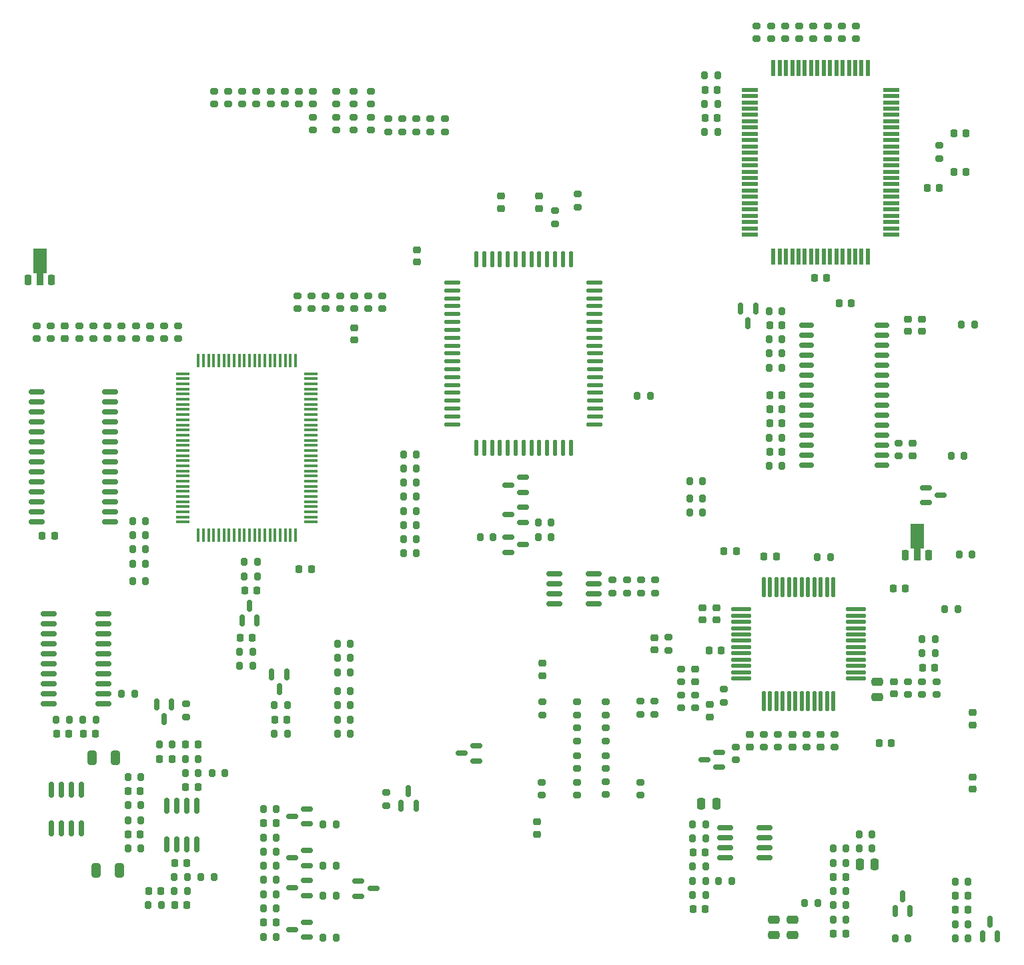
<source format=gbr>
%TF.GenerationSoftware,KiCad,Pcbnew,8.0.9-8.0.9-0~ubuntu24.04.1*%
%TF.CreationDate,2025-02-24T19:11:30+01:00*%
%TF.ProjectId,Main_PCB,4d61696e-5f50-4434-922e-6b696361645f,0.1*%
%TF.SameCoordinates,Original*%
%TF.FileFunction,Paste,Top*%
%TF.FilePolarity,Positive*%
%FSLAX46Y46*%
G04 Gerber Fmt 4.6, Leading zero omitted, Abs format (unit mm)*
G04 Created by KiCad (PCBNEW 8.0.9-8.0.9-0~ubuntu24.04.1) date 2025-02-24 19:11:30*
%MOMM*%
%LPD*%
G01*
G04 APERTURE LIST*
G04 Aperture macros list*
%AMRoundRect*
0 Rectangle with rounded corners*
0 $1 Rounding radius*
0 $2 $3 $4 $5 $6 $7 $8 $9 X,Y pos of 4 corners*
0 Add a 4 corners polygon primitive as box body*
4,1,4,$2,$3,$4,$5,$6,$7,$8,$9,$2,$3,0*
0 Add four circle primitives for the rounded corners*
1,1,$1+$1,$2,$3*
1,1,$1+$1,$4,$5*
1,1,$1+$1,$6,$7*
1,1,$1+$1,$8,$9*
0 Add four rect primitives between the rounded corners*
20,1,$1+$1,$2,$3,$4,$5,0*
20,1,$1+$1,$4,$5,$6,$7,0*
20,1,$1+$1,$6,$7,$8,$9,0*
20,1,$1+$1,$8,$9,$2,$3,0*%
%AMFreePoly0*
4,1,9,3.862500,-0.866500,0.737500,-0.866500,0.737500,-0.450000,-0.737500,-0.450000,-0.737500,0.450000,0.737500,0.450000,0.737500,0.866500,3.862500,0.866500,3.862500,-0.866500,3.862500,-0.866500,$1*%
G04 Aperture macros list end*
%ADD10RoundRect,0.225000X-0.250000X0.225000X-0.250000X-0.225000X0.250000X-0.225000X0.250000X0.225000X0*%
%ADD11RoundRect,0.200000X0.275000X-0.200000X0.275000X0.200000X-0.275000X0.200000X-0.275000X-0.200000X0*%
%ADD12RoundRect,0.225000X0.250000X-0.225000X0.250000X0.225000X-0.250000X0.225000X-0.250000X-0.225000X0*%
%ADD13RoundRect,0.200000X-0.200000X-0.275000X0.200000X-0.275000X0.200000X0.275000X-0.200000X0.275000X0*%
%ADD14RoundRect,0.200000X0.200000X0.275000X-0.200000X0.275000X-0.200000X-0.275000X0.200000X-0.275000X0*%
%ADD15RoundRect,0.225000X0.225000X0.250000X-0.225000X0.250000X-0.225000X-0.250000X0.225000X-0.250000X0*%
%ADD16RoundRect,0.150000X0.587500X0.150000X-0.587500X0.150000X-0.587500X-0.150000X0.587500X-0.150000X0*%
%ADD17RoundRect,0.200000X-0.275000X0.200000X-0.275000X-0.200000X0.275000X-0.200000X0.275000X0.200000X0*%
%ADD18RoundRect,0.150000X-0.825000X-0.150000X0.825000X-0.150000X0.825000X0.150000X-0.825000X0.150000X0*%
%ADD19RoundRect,0.250000X-0.250000X-0.475000X0.250000X-0.475000X0.250000X0.475000X-0.250000X0.475000X0*%
%ADD20RoundRect,0.225000X-0.225000X-0.250000X0.225000X-0.250000X0.225000X0.250000X-0.225000X0.250000X0*%
%ADD21RoundRect,0.137500X0.862500X0.137500X-0.862500X0.137500X-0.862500X-0.137500X0.862500X-0.137500X0*%
%ADD22RoundRect,0.137500X0.137500X0.862500X-0.137500X0.862500X-0.137500X-0.862500X0.137500X-0.862500X0*%
%ADD23RoundRect,0.137500X0.862500X-0.137500X0.862500X0.137500X-0.862500X0.137500X-0.862500X-0.137500X0*%
%ADD24RoundRect,0.250000X0.475000X-0.250000X0.475000X0.250000X-0.475000X0.250000X-0.475000X-0.250000X0*%
%ADD25RoundRect,0.100000X0.775000X0.100000X-0.775000X0.100000X-0.775000X-0.100000X0.775000X-0.100000X0*%
%ADD26RoundRect,0.100000X0.100000X0.775000X-0.100000X0.775000X-0.100000X-0.775000X0.100000X-0.775000X0*%
%ADD27RoundRect,0.150000X-0.150000X0.825000X-0.150000X-0.825000X0.150000X-0.825000X0.150000X0.825000X0*%
%ADD28RoundRect,0.250000X0.325000X0.650000X-0.325000X0.650000X-0.325000X-0.650000X0.325000X-0.650000X0*%
%ADD29RoundRect,0.150000X-0.150000X0.587500X-0.150000X-0.587500X0.150000X-0.587500X0.150000X0.587500X0*%
%ADD30RoundRect,0.150000X0.837500X0.150000X-0.837500X0.150000X-0.837500X-0.150000X0.837500X-0.150000X0*%
%ADD31RoundRect,0.150000X0.875000X0.150000X-0.875000X0.150000X-0.875000X-0.150000X0.875000X-0.150000X0*%
%ADD32RoundRect,0.150000X0.150000X-0.587500X0.150000X0.587500X-0.150000X0.587500X-0.150000X-0.587500X0*%
%ADD33RoundRect,0.150000X0.750000X0.150000X-0.750000X0.150000X-0.750000X-0.150000X0.750000X-0.150000X0*%
%ADD34RoundRect,0.225000X0.225000X-0.425000X0.225000X0.425000X-0.225000X0.425000X-0.225000X-0.425000X0*%
%ADD35FreePoly0,90.000000*%
%ADD36RoundRect,0.150000X-0.587500X-0.150000X0.587500X-0.150000X0.587500X0.150000X-0.587500X0.150000X0*%
%ADD37RoundRect,0.137500X-1.112500X-0.137500X1.112500X-0.137500X1.112500X0.137500X-1.112500X0.137500X0*%
%ADD38RoundRect,0.137500X0.137500X-1.112500X0.137500X1.112500X-0.137500X1.112500X-0.137500X-1.112500X0*%
%ADD39R,2.000000X0.500000*%
%ADD40R,0.500000X2.000000*%
%ADD41RoundRect,0.250000X-0.475000X0.250000X-0.475000X-0.250000X0.475000X-0.250000X0.475000X0.250000X0*%
G04 APERTURE END LIST*
D10*
%TO.C,C146*%
X116000000Y-110525000D03*
X116000000Y-112075000D03*
%TD*%
D11*
%TO.C,R146*%
X128900000Y-160925000D03*
X128900000Y-159275000D03*
%TD*%
D12*
%TO.C,C120*%
X135800000Y-172175000D03*
X135800000Y-170625000D03*
%TD*%
D13*
%TO.C,R222*%
X88575000Y-199400000D03*
X90225000Y-199400000D03*
%TD*%
D14*
%TO.C,R236*%
X158225000Y-193400000D03*
X156575000Y-193400000D03*
%TD*%
D15*
%TO.C,C204*%
X59675000Y-178800000D03*
X58125000Y-178800000D03*
%TD*%
D16*
%TO.C,Q206*%
X86537500Y-195550000D03*
X86537500Y-193650000D03*
X84662500Y-194600000D03*
%TD*%
D17*
%TO.C,R151*%
X124400000Y-184875000D03*
X124400000Y-186525000D03*
%TD*%
D12*
%TO.C,C145*%
X111100000Y-112075000D03*
X111100000Y-110525000D03*
%TD*%
D17*
%TO.C,R308*%
X52200000Y-126975000D03*
X52200000Y-128625000D03*
%TD*%
D14*
%TO.C,R127*%
X166225000Y-166800000D03*
X164575000Y-166800000D03*
%TD*%
D13*
%TO.C,R501*%
X90375000Y-177000000D03*
X92025000Y-177000000D03*
%TD*%
D14*
%TO.C,R220*%
X90225000Y-204700000D03*
X88575000Y-204700000D03*
%TD*%
D18*
%TO.C,IC103*%
X117925000Y-158495000D03*
X117925000Y-159765000D03*
X117925000Y-161035000D03*
X117925000Y-162305000D03*
X122875000Y-162305000D03*
X122875000Y-161035000D03*
X122875000Y-159765000D03*
X122875000Y-158495000D03*
%TD*%
D12*
%TO.C,C103*%
X163400000Y-143475000D03*
X163400000Y-141925000D03*
%TD*%
D15*
%TO.C,C108*%
X146775000Y-139400000D03*
X145225000Y-139400000D03*
%TD*%
D13*
%TO.C,R164*%
X115875000Y-153800000D03*
X117525000Y-153800000D03*
%TD*%
D19*
%TO.C,C223*%
X156650000Y-195400000D03*
X158550000Y-195400000D03*
%TD*%
D13*
%TO.C,R130*%
X136975000Y-95200000D03*
X138625000Y-95200000D03*
%TD*%
D11*
%TO.C,R176*%
X92400000Y-102125000D03*
X92400000Y-100475000D03*
%TD*%
D13*
%TO.C,R508*%
X98775000Y-148700000D03*
X100425000Y-148700000D03*
%TD*%
D20*
%TO.C,C139*%
X145225000Y-126900000D03*
X146775000Y-126900000D03*
%TD*%
D11*
%TO.C,R134*%
X128800000Y-186625000D03*
X128800000Y-184975000D03*
%TD*%
D16*
%TO.C,D104*%
X108037500Y-182250000D03*
X108037500Y-180350000D03*
X106162500Y-181300000D03*
%TD*%
D15*
%TO.C,C130*%
X162475000Y-160400000D03*
X160925000Y-160400000D03*
%TD*%
D21*
%TO.C,IC108*%
X123000000Y-139500000D03*
X123037500Y-138500000D03*
X123037500Y-137500000D03*
X123037500Y-136500000D03*
X123037500Y-135500000D03*
X123037500Y-134500000D03*
X123037500Y-133500000D03*
X123037500Y-132500000D03*
X123037500Y-131500000D03*
X123037500Y-130500000D03*
X123000000Y-129500000D03*
X123000000Y-128500000D03*
X123000000Y-127500000D03*
X123000000Y-126500000D03*
X123000000Y-125500000D03*
X123000000Y-124500000D03*
X123000000Y-123500000D03*
X123000000Y-122500000D03*
X123000000Y-121500000D03*
D22*
X120000000Y-118500000D03*
X119000000Y-118500000D03*
X118000000Y-118500000D03*
X117000000Y-118500000D03*
X116000000Y-118500000D03*
X115000000Y-118500000D03*
X114000000Y-118500000D03*
X113000000Y-118500000D03*
X112000000Y-118500000D03*
X111000000Y-118500000D03*
X110000000Y-118500000D03*
X109000000Y-118500000D03*
X108000000Y-118500000D03*
D21*
X105000000Y-121500000D03*
X105000000Y-122500000D03*
X105000000Y-123500000D03*
X105000000Y-124500000D03*
X105000000Y-125500000D03*
X105000000Y-126500000D03*
X105000000Y-127500000D03*
X105000000Y-128500000D03*
X105000000Y-129500000D03*
X105000000Y-130500000D03*
X105000000Y-131500000D03*
X105000000Y-132500000D03*
X105000000Y-133500000D03*
X105000000Y-134500000D03*
X105000000Y-135500000D03*
X105000000Y-136500000D03*
D23*
X105000000Y-137500000D03*
X105000000Y-138500000D03*
X105000000Y-139500000D03*
D22*
X108000000Y-142500000D03*
X109000000Y-142500000D03*
X110000000Y-142500000D03*
X111000000Y-142500000D03*
X112000000Y-142500000D03*
X113000000Y-142500000D03*
X114000000Y-142500000D03*
X115000000Y-142500000D03*
X116000000Y-142500000D03*
X117000000Y-142500000D03*
X118000000Y-142500000D03*
X119000000Y-142500000D03*
X120000000Y-142500000D03*
%TD*%
D17*
%TO.C,R175*%
X120900000Y-110275000D03*
X120900000Y-111925000D03*
%TD*%
D10*
%TO.C,C138*%
X116400000Y-169875000D03*
X116400000Y-171425000D03*
%TD*%
D17*
%TO.C,R519*%
X96800000Y-100675000D03*
X96800000Y-102325000D03*
%TD*%
%TO.C,R521*%
X83700000Y-97175000D03*
X83700000Y-98825000D03*
%TD*%
%TO.C,R140*%
X125300000Y-159275000D03*
X125300000Y-160925000D03*
%TD*%
D13*
%TO.C,R157*%
X90375000Y-167400000D03*
X92025000Y-167400000D03*
%TD*%
D15*
%TO.C,C214*%
X71275000Y-195200000D03*
X69725000Y-195200000D03*
%TD*%
D24*
%TO.C,C219*%
X148100000Y-204350000D03*
X148100000Y-202450000D03*
%TD*%
D13*
%TO.C,R126*%
X164575000Y-168600000D03*
X166225000Y-168600000D03*
%TD*%
D14*
%TO.C,R169*%
X84025000Y-175200000D03*
X82375000Y-175200000D03*
%TD*%
D10*
%TO.C,C124*%
X148100000Y-178925000D03*
X148100000Y-180475000D03*
%TD*%
D11*
%TO.C,R181*%
X90700000Y-124825000D03*
X90700000Y-123175000D03*
%TD*%
D17*
%TO.C,R194*%
X96100000Y-123175000D03*
X96100000Y-124825000D03*
%TD*%
D15*
%TO.C,C217*%
X82575000Y-202800000D03*
X81025000Y-202800000D03*
%TD*%
D10*
%TO.C,C111*%
X171000000Y-184325000D03*
X171000000Y-185875000D03*
%TD*%
D15*
%TO.C,C132*%
X138575000Y-100600000D03*
X137025000Y-100600000D03*
%TD*%
D25*
%TO.C,IC109*%
X87025000Y-151925000D03*
X87025000Y-151275000D03*
X87025000Y-150625000D03*
X87025000Y-149975000D03*
X87025000Y-149325000D03*
X87025000Y-148675000D03*
X87025000Y-148025000D03*
X87025000Y-147375000D03*
X87025000Y-146725000D03*
X87025000Y-146075000D03*
X87025000Y-145425000D03*
X87025000Y-144775000D03*
X87025000Y-144125000D03*
X87025000Y-143475000D03*
X87025000Y-142825000D03*
X87025000Y-142175000D03*
X87025000Y-141525000D03*
X87025000Y-140875000D03*
X87025000Y-140225000D03*
X87025000Y-139575000D03*
X87025000Y-138925000D03*
X87025000Y-138275000D03*
X87025000Y-137625000D03*
X87025000Y-136975000D03*
X87025000Y-136325000D03*
X87025000Y-135675000D03*
X87025000Y-135025000D03*
X87025000Y-134375000D03*
X87025000Y-133725000D03*
X87025000Y-133075000D03*
D26*
X85075000Y-131375000D03*
X84425000Y-131375000D03*
X83775000Y-131375000D03*
X83125000Y-131375000D03*
X82475000Y-131375000D03*
X81825000Y-131375000D03*
X81175000Y-131375000D03*
X80525000Y-131375000D03*
X79875000Y-131375000D03*
X79225000Y-131375000D03*
X78575000Y-131375000D03*
X77925000Y-131375000D03*
X77275000Y-131375000D03*
X76625000Y-131375000D03*
X75975000Y-131375000D03*
X75325000Y-131375000D03*
X74675000Y-131375000D03*
X74025000Y-131375000D03*
X73375000Y-131375000D03*
X72725000Y-131375000D03*
D25*
X70775000Y-133075000D03*
X70775000Y-133725000D03*
X70775000Y-134375000D03*
X70775000Y-135025000D03*
X70775000Y-135675000D03*
X70775000Y-136325000D03*
X70775000Y-136975000D03*
X70775000Y-137625000D03*
X70775000Y-138275000D03*
X70775000Y-138925000D03*
X70775000Y-139575000D03*
X70775000Y-140225000D03*
X70775000Y-140875000D03*
X70775000Y-141525000D03*
X70775000Y-142175000D03*
X70775000Y-142825000D03*
X70775000Y-143475000D03*
X70775000Y-144125000D03*
X70775000Y-144775000D03*
X70775000Y-145425000D03*
X70775000Y-146075000D03*
X70775000Y-146725000D03*
X70775000Y-147375000D03*
X70775000Y-148025000D03*
X70775000Y-148675000D03*
X70775000Y-149325000D03*
X70775000Y-149975000D03*
X70775000Y-150625000D03*
X70775000Y-151275000D03*
X70775000Y-151925000D03*
D26*
X72725000Y-153625000D03*
X73375000Y-153625000D03*
X74025000Y-153625000D03*
X74675000Y-153625000D03*
X75325000Y-153625000D03*
X75975000Y-153625000D03*
X76625000Y-153625000D03*
X77275000Y-153625000D03*
X77925000Y-153625000D03*
X78575000Y-153625000D03*
X79225000Y-153625000D03*
X79875000Y-153625000D03*
X80525000Y-153625000D03*
X81175000Y-153625000D03*
X81825000Y-153625000D03*
X82475000Y-153625000D03*
X83125000Y-153625000D03*
X83775000Y-153625000D03*
X84425000Y-153625000D03*
X85075000Y-153625000D03*
%TD*%
D12*
%TO.C,C115*%
X138500000Y-164375000D03*
X138500000Y-162825000D03*
%TD*%
D11*
%TO.C,R111*%
X130600000Y-176325000D03*
X130600000Y-174675000D03*
%TD*%
D15*
%TO.C,C228*%
X137075000Y-193900000D03*
X135525000Y-193900000D03*
%TD*%
D27*
%TO.C,IC202*%
X57905000Y-185925000D03*
X56635000Y-185925000D03*
X55365000Y-185925000D03*
X54095000Y-185925000D03*
X54095000Y-190875000D03*
X55365000Y-190875000D03*
X56635000Y-190875000D03*
X57905000Y-190875000D03*
%TD*%
D11*
%TO.C,R123*%
X164600000Y-173825000D03*
X164600000Y-172175000D03*
%TD*%
D10*
%TO.C,C121*%
X137600000Y-175125000D03*
X137600000Y-176675000D03*
%TD*%
D20*
%TO.C,C212*%
X63825000Y-186110000D03*
X65375000Y-186110000D03*
%TD*%
D17*
%TO.C,R522*%
X78300000Y-97175000D03*
X78300000Y-98825000D03*
%TD*%
D14*
%TO.C,R219*%
X82625000Y-195600000D03*
X80975000Y-195600000D03*
%TD*%
D16*
%TO.C,Q103*%
X138837500Y-183050000D03*
X138837500Y-181150000D03*
X136962500Y-182100000D03*
%TD*%
D15*
%TO.C,C218*%
X82575000Y-190200000D03*
X81025000Y-190200000D03*
%TD*%
D17*
%TO.C,R115*%
X135800000Y-173875000D03*
X135800000Y-175525000D03*
%TD*%
D28*
%TO.C,C206*%
X62675000Y-196200000D03*
X59725000Y-196200000D03*
%TD*%
D13*
%TO.C,R233*%
X135475000Y-192100000D03*
X137125000Y-192100000D03*
%TD*%
D17*
%TO.C,R515*%
X104000000Y-100675000D03*
X104000000Y-102325000D03*
%TD*%
%TO.C,R149*%
X116300000Y-184975000D03*
X116300000Y-186625000D03*
%TD*%
D20*
%TO.C,C107*%
X145225000Y-137600000D03*
X146775000Y-137600000D03*
%TD*%
D17*
%TO.C,R138*%
X140900000Y-180475000D03*
X140900000Y-182125000D03*
%TD*%
D11*
%TO.C,R103*%
X161600000Y-143525000D03*
X161600000Y-141875000D03*
%TD*%
D17*
%TO.C,R185*%
X59400000Y-126975000D03*
X59400000Y-128625000D03*
%TD*%
D29*
%TO.C,Q307*%
X69350000Y-175062500D03*
X67450000Y-175062500D03*
X68400000Y-176937500D03*
%TD*%
D13*
%TO.C,R231*%
X135475000Y-197500000D03*
X137125000Y-197500000D03*
%TD*%
D20*
%TO.C,C119*%
X139450000Y-155600000D03*
X141000000Y-155600000D03*
%TD*%
D29*
%TO.C,Q105*%
X83950000Y-171262500D03*
X82050000Y-171262500D03*
X83000000Y-173137500D03*
%TD*%
D14*
%TO.C,R137*%
X130100000Y-135900000D03*
X128450000Y-135900000D03*
%TD*%
D11*
%TO.C,R197*%
X98600000Y-102325000D03*
X98600000Y-100675000D03*
%TD*%
D14*
%TO.C,R210*%
X65425000Y-189800000D03*
X63775000Y-189800000D03*
%TD*%
%TO.C,R199*%
X136725000Y-146700000D03*
X135075000Y-146700000D03*
%TD*%
D30*
%TO.C,IC201*%
X60662500Y-175015000D03*
X60662500Y-173745000D03*
X60662500Y-172475000D03*
X60662500Y-171205000D03*
X60662500Y-169935000D03*
X60662500Y-168665000D03*
X60662500Y-167395000D03*
X60662500Y-166125000D03*
X60662500Y-164855000D03*
X60662500Y-163585000D03*
X53737500Y-163585000D03*
X53737500Y-164855000D03*
X53737500Y-166125000D03*
X53737500Y-167395000D03*
X53737500Y-168665000D03*
X53737500Y-169935000D03*
X53737500Y-171205000D03*
X53737500Y-172475000D03*
X53737500Y-173745000D03*
X53737500Y-175015000D03*
%TD*%
D11*
%TO.C,R113*%
X134000000Y-175525000D03*
X134000000Y-173875000D03*
%TD*%
D17*
%TO.C,R142*%
X120800000Y-181575000D03*
X120800000Y-183225000D03*
%TD*%
D10*
%TO.C,C160*%
X171000000Y-176125000D03*
X171000000Y-177675000D03*
%TD*%
D20*
%TO.C,C230*%
X168825000Y-199400000D03*
X170375000Y-199400000D03*
%TD*%
D10*
%TO.C,C123*%
X142700000Y-178925000D03*
X142700000Y-180475000D03*
%TD*%
D11*
%TO.C,R163*%
X166800000Y-105725000D03*
X166800000Y-104075000D03*
%TD*%
%TO.C,R116*%
X144500000Y-180525000D03*
X144500000Y-178875000D03*
%TD*%
D13*
%TO.C,R512*%
X98775000Y-155900000D03*
X100425000Y-155900000D03*
%TD*%
D14*
%TO.C,R204*%
X72725000Y-182000000D03*
X71075000Y-182000000D03*
%TD*%
D15*
%TO.C,C109*%
X146775000Y-143000000D03*
X145225000Y-143000000D03*
%TD*%
%TO.C,C133*%
X160675000Y-180000000D03*
X159125000Y-180000000D03*
%TD*%
D11*
%TO.C,R143*%
X120800000Y-179725000D03*
X120800000Y-178075000D03*
%TD*%
D31*
%TO.C,IC107*%
X61550000Y-151855000D03*
X61550000Y-150585000D03*
X61550000Y-149315000D03*
X61550000Y-148045000D03*
X61550000Y-146775000D03*
X61550000Y-145505000D03*
X61550000Y-144235000D03*
X61550000Y-142965000D03*
X61550000Y-141695000D03*
X61550000Y-140425000D03*
X61550000Y-139155000D03*
X61550000Y-137885000D03*
X61550000Y-136615000D03*
X61550000Y-135345000D03*
X52250000Y-135345000D03*
X52250000Y-136615000D03*
X52250000Y-137885000D03*
X52250000Y-139155000D03*
X52250000Y-140425000D03*
X52250000Y-141695000D03*
X52250000Y-142965000D03*
X52250000Y-144235000D03*
X52250000Y-145505000D03*
X52250000Y-146775000D03*
X52250000Y-148045000D03*
X52250000Y-149315000D03*
X52250000Y-150585000D03*
X52250000Y-151855000D03*
%TD*%
D13*
%TO.C,R201*%
X58075000Y-177000000D03*
X59725000Y-177000000D03*
%TD*%
D14*
%TO.C,R227*%
X154925000Y-202400000D03*
X153275000Y-202400000D03*
%TD*%
D32*
%TO.C,Q104*%
X78250000Y-164437500D03*
X80150000Y-164437500D03*
X79200000Y-162562500D03*
%TD*%
D20*
%TO.C,C203*%
X54725000Y-178800000D03*
X56275000Y-178800000D03*
%TD*%
D12*
%TO.C,C155*%
X55800000Y-128575000D03*
X55800000Y-127025000D03*
%TD*%
D13*
%TO.C,R226*%
X149675000Y-200300000D03*
X151325000Y-200300000D03*
%TD*%
D17*
%TO.C,R112*%
X134000000Y-170575000D03*
X134000000Y-172225000D03*
%TD*%
D33*
%TO.C,IC101*%
X159500000Y-144690000D03*
X159500000Y-143420000D03*
X159500000Y-142150000D03*
X159500000Y-140880000D03*
X159500000Y-139610000D03*
X159500000Y-138340000D03*
X159500000Y-137070000D03*
X159500000Y-135800000D03*
X159500000Y-134530000D03*
X159500000Y-133260000D03*
X159500000Y-131990000D03*
X159500000Y-130720000D03*
X159500000Y-129450000D03*
X159500000Y-128180000D03*
X159500000Y-126910000D03*
X149900000Y-126910000D03*
X149900000Y-128180000D03*
X149900000Y-129450000D03*
X149900000Y-130720000D03*
X149900000Y-131990000D03*
X149900000Y-133260000D03*
X149900000Y-134530000D03*
X149900000Y-135800000D03*
X149900000Y-137070000D03*
X149900000Y-138340000D03*
X149900000Y-139610000D03*
X149900000Y-140880000D03*
X149900000Y-142150000D03*
X149900000Y-143420000D03*
X149900000Y-144690000D03*
%TD*%
D13*
%TO.C,R158*%
X90375000Y-169200000D03*
X92025000Y-169200000D03*
%TD*%
D20*
%TO.C,C210*%
X69725000Y-200600000D03*
X71275000Y-200600000D03*
%TD*%
D12*
%TO.C,C116*%
X136700000Y-164375000D03*
X136700000Y-162825000D03*
%TD*%
D32*
%TO.C,Q209*%
X172250000Y-204537500D03*
X174150000Y-204537500D03*
X173200000Y-202662500D03*
%TD*%
D34*
%TO.C,Q101*%
X162437500Y-156150000D03*
D35*
X163937500Y-156062500D03*
D34*
X165437500Y-156150000D03*
%TD*%
D14*
%TO.C,R200*%
X56325000Y-177000000D03*
X54675000Y-177000000D03*
%TD*%
%TO.C,R168*%
X117525000Y-152000000D03*
X115875000Y-152000000D03*
%TD*%
%TO.C,R218*%
X82625000Y-197400000D03*
X80975000Y-197400000D03*
%TD*%
D18*
%TO.C,IC204*%
X139625000Y-190795000D03*
X139625000Y-192065000D03*
X139625000Y-193335000D03*
X139625000Y-194605000D03*
X144575000Y-194605000D03*
X144575000Y-193335000D03*
X144575000Y-192065000D03*
X144575000Y-190795000D03*
%TD*%
D16*
%TO.C,Q204*%
X113937500Y-151950000D03*
X113937500Y-150050000D03*
X112062500Y-151000000D03*
%TD*%
D11*
%TO.C,R192*%
X94300000Y-124825000D03*
X94300000Y-123175000D03*
%TD*%
D13*
%TO.C,R242*%
X153275000Y-198800000D03*
X154925000Y-198800000D03*
%TD*%
D11*
%TO.C,R125*%
X162800000Y-173825000D03*
X162800000Y-172175000D03*
%TD*%
D14*
%TO.C,R213*%
X82625000Y-193800000D03*
X80975000Y-193800000D03*
%TD*%
D20*
%TO.C,C141*%
X168625000Y-107400000D03*
X170175000Y-107400000D03*
%TD*%
D13*
%TO.C,R172*%
X64375000Y-153600000D03*
X66025000Y-153600000D03*
%TD*%
D14*
%TO.C,R129*%
X138625000Y-98800000D03*
X136975000Y-98800000D03*
%TD*%
D15*
%TO.C,C118*%
X139075000Y-168200000D03*
X137525000Y-168200000D03*
%TD*%
D14*
%TO.C,R221*%
X90225000Y-190300000D03*
X88575000Y-190300000D03*
%TD*%
D13*
%TO.C,R505*%
X98775000Y-143300000D03*
X100425000Y-143300000D03*
%TD*%
D17*
%TO.C,R193*%
X92500000Y-123175000D03*
X92500000Y-124825000D03*
%TD*%
D13*
%TO.C,R506*%
X98775000Y-145100000D03*
X100425000Y-145100000D03*
%TD*%
D14*
%TO.C,R128*%
X138625000Y-102400000D03*
X136975000Y-102400000D03*
%TD*%
D15*
%TO.C,C131*%
X138575000Y-97000000D03*
X137025000Y-97000000D03*
%TD*%
D11*
%TO.C,R190*%
X68400000Y-128625000D03*
X68400000Y-126975000D03*
%TD*%
D36*
%TO.C,Q207*%
X112062500Y-153850000D03*
X112062500Y-155750000D03*
X113937500Y-154800000D03*
%TD*%
D20*
%TO.C,C208*%
X66425000Y-198800000D03*
X67975000Y-198800000D03*
%TD*%
D14*
%TO.C,R230*%
X154925000Y-200600000D03*
X153275000Y-200600000D03*
%TD*%
%TO.C,R202*%
X69425000Y-180200000D03*
X67775000Y-180200000D03*
%TD*%
D12*
%TO.C,C105*%
X162800000Y-127675000D03*
X162800000Y-126125000D03*
%TD*%
D15*
%TO.C,C151*%
X79575000Y-166600000D03*
X78025000Y-166600000D03*
%TD*%
D17*
%TO.C,R191*%
X70200000Y-126975000D03*
X70200000Y-128625000D03*
%TD*%
D10*
%TO.C,C148*%
X92500000Y-127225000D03*
X92500000Y-128775000D03*
%TD*%
D14*
%TO.C,R232*%
X154925000Y-195200000D03*
X153275000Y-195200000D03*
%TD*%
%TO.C,R211*%
X65425000Y-187910000D03*
X63775000Y-187910000D03*
%TD*%
D13*
%TO.C,R159*%
X90375000Y-171000000D03*
X92025000Y-171000000D03*
%TD*%
D14*
%TO.C,R234*%
X154925000Y-193400000D03*
X153275000Y-193400000D03*
%TD*%
D16*
%TO.C,Q202*%
X86537500Y-190250000D03*
X86537500Y-188350000D03*
X84662500Y-189300000D03*
%TD*%
D17*
%TO.C,R189*%
X66600000Y-126975000D03*
X66600000Y-128625000D03*
%TD*%
D14*
%TO.C,R245*%
X168775000Y-204800000D03*
X170425000Y-204800000D03*
%TD*%
D13*
%TO.C,R173*%
X64375000Y-155400000D03*
X66025000Y-155400000D03*
%TD*%
%TO.C,R209*%
X69675000Y-197000000D03*
X71325000Y-197000000D03*
%TD*%
D32*
%TO.C,Q208*%
X161150000Y-201337500D03*
X163050000Y-201337500D03*
X162100000Y-199462500D03*
%TD*%
D15*
%TO.C,C112*%
X146075000Y-156300000D03*
X144525000Y-156300000D03*
%TD*%
D14*
%TO.C,R206*%
X76125000Y-183800000D03*
X74475000Y-183800000D03*
%TD*%
D13*
%TO.C,R166*%
X77975000Y-170200000D03*
X79625000Y-170200000D03*
%TD*%
D17*
%TO.C,R528*%
X143600000Y-88875000D03*
X143600000Y-90525000D03*
%TD*%
D13*
%TO.C,R170*%
X64375000Y-159400000D03*
X66025000Y-159400000D03*
%TD*%
D11*
%TO.C,R150*%
X124400000Y-176425000D03*
X124400000Y-174775000D03*
%TD*%
D17*
%TO.C,R305*%
X71200000Y-175032500D03*
X71200000Y-176682500D03*
%TD*%
D14*
%TO.C,R207*%
X74725000Y-197000000D03*
X73075000Y-197000000D03*
%TD*%
%TO.C,R152*%
X146825000Y-125100000D03*
X145175000Y-125100000D03*
%TD*%
D10*
%TO.C,C144*%
X100500000Y-117325000D03*
X100500000Y-118875000D03*
%TD*%
D27*
%TO.C,IC203*%
X72505000Y-187925000D03*
X71235000Y-187925000D03*
X69965000Y-187925000D03*
X68695000Y-187925000D03*
X68695000Y-192875000D03*
X69965000Y-192875000D03*
X71235000Y-192875000D03*
X72505000Y-192875000D03*
%TD*%
D12*
%TO.C,C125*%
X151700000Y-180475000D03*
X151700000Y-178925000D03*
%TD*%
D15*
%TO.C,C229*%
X170375000Y-201200000D03*
X168825000Y-201200000D03*
%TD*%
D14*
%TO.C,R198*%
X146825000Y-132300000D03*
X145175000Y-132300000D03*
%TD*%
D13*
%TO.C,R108*%
X145175000Y-144800000D03*
X146825000Y-144800000D03*
%TD*%
D11*
%TO.C,R145*%
X124400000Y-179725000D03*
X124400000Y-178075000D03*
%TD*%
D14*
%TO.C,R243*%
X137125000Y-195700000D03*
X135475000Y-195700000D03*
%TD*%
D16*
%TO.C,Q203*%
X113937500Y-148150000D03*
X113937500Y-146250000D03*
X112062500Y-147200000D03*
%TD*%
D12*
%TO.C,C137*%
X115700000Y-191575000D03*
X115700000Y-190025000D03*
%TD*%
D11*
%TO.C,R302*%
X96600000Y-187925000D03*
X96600000Y-186275000D03*
%TD*%
D17*
%TO.C,R532*%
X154376000Y-88893000D03*
X154376000Y-90543000D03*
%TD*%
D20*
%TO.C,C143*%
X165225000Y-109500000D03*
X166775000Y-109500000D03*
%TD*%
D13*
%TO.C,R229*%
X135475000Y-199300000D03*
X137125000Y-199300000D03*
%TD*%
D17*
%TO.C,R527*%
X87300000Y-97175000D03*
X87300000Y-98825000D03*
%TD*%
D28*
%TO.C,C205*%
X62175000Y-181900000D03*
X59225000Y-181900000D03*
%TD*%
D17*
%TO.C,R500*%
X152598000Y-88893000D03*
X152598000Y-90543000D03*
%TD*%
D15*
%TO.C,C140*%
X170175000Y-102500000D03*
X168625000Y-102500000D03*
%TD*%
D10*
%TO.C,C154*%
X130600000Y-168175000D03*
X130600000Y-166625000D03*
%TD*%
D37*
%TO.C,IC102*%
X141650000Y-163000000D03*
X141650000Y-163800000D03*
X141650000Y-164600000D03*
X141650000Y-165400000D03*
X141650000Y-166200000D03*
X141650000Y-167000000D03*
X141650000Y-167800000D03*
X141650000Y-168600000D03*
X141650000Y-169400000D03*
X141650000Y-170200000D03*
X141650000Y-171000000D03*
X141650000Y-171800000D03*
D38*
X144500000Y-174650000D03*
X145300000Y-174650000D03*
X146100000Y-174650000D03*
X146900000Y-174650000D03*
X147700000Y-174650000D03*
X148500000Y-174650000D03*
X149300000Y-174650000D03*
X150100000Y-174650000D03*
X150900000Y-174650000D03*
X151700000Y-174650000D03*
X152500000Y-174650000D03*
X153300000Y-174650000D03*
D37*
X156150000Y-171800000D03*
X156150000Y-171000000D03*
X156150000Y-170200000D03*
X156150000Y-169400000D03*
X156150000Y-168600000D03*
X156150000Y-167800000D03*
X156150000Y-167000000D03*
X156150000Y-166200000D03*
X156150000Y-165400000D03*
X156150000Y-164600000D03*
X156150000Y-163800000D03*
X156150000Y-163000000D03*
D38*
X153300000Y-160150000D03*
X152500000Y-160150000D03*
X151700000Y-160150000D03*
X150900000Y-160150000D03*
X150100000Y-160150000D03*
X149300000Y-160150000D03*
X148500000Y-160150000D03*
X147700000Y-160150000D03*
X146900000Y-160150000D03*
X146100000Y-160150000D03*
X145300000Y-160150000D03*
X144500000Y-160150000D03*
%TD*%
D17*
%TO.C,R133*%
X128800000Y-174675000D03*
X128800000Y-176325000D03*
%TD*%
%TO.C,R525*%
X80100000Y-97175000D03*
X80100000Y-98825000D03*
%TD*%
D13*
%TO.C,R507*%
X98775000Y-146900000D03*
X100425000Y-146900000D03*
%TD*%
D17*
%TO.C,R517*%
X94600000Y-97175000D03*
X94600000Y-98825000D03*
%TD*%
D11*
%TO.C,R184*%
X57600000Y-128625000D03*
X57600000Y-126975000D03*
%TD*%
D17*
%TO.C,R531*%
X149000000Y-88875000D03*
X149000000Y-90525000D03*
%TD*%
D11*
%TO.C,R136*%
X120800000Y-186625000D03*
X120800000Y-184975000D03*
%TD*%
D17*
%TO.C,R132*%
X120800000Y-174775000D03*
X120800000Y-176425000D03*
%TD*%
D34*
%TO.C,IC302*%
X51100000Y-121150000D03*
D35*
X52600000Y-121062500D03*
D34*
X54100000Y-121150000D03*
%TD*%
D17*
%TO.C,R520*%
X81900000Y-97175000D03*
X81900000Y-98825000D03*
%TD*%
D13*
%TO.C,R174*%
X64375000Y-157200000D03*
X66025000Y-157200000D03*
%TD*%
%TO.C,R153*%
X90375000Y-178800000D03*
X92025000Y-178800000D03*
%TD*%
%TO.C,R244*%
X161175000Y-204800000D03*
X162825000Y-204800000D03*
%TD*%
D14*
%TO.C,R228*%
X140425000Y-197500000D03*
X138775000Y-197500000D03*
%TD*%
D11*
%TO.C,R503*%
X147200000Y-90525000D03*
X147200000Y-88875000D03*
%TD*%
D16*
%TO.C,Q201*%
X86537500Y-204650000D03*
X86537500Y-202750000D03*
X84662500Y-203700000D03*
%TD*%
D20*
%TO.C,C209*%
X71125000Y-180200000D03*
X72675000Y-180200000D03*
%TD*%
D17*
%TO.C,R179*%
X102200000Y-100675000D03*
X102200000Y-102325000D03*
%TD*%
%TO.C,R124*%
X166400000Y-172175000D03*
X166400000Y-173825000D03*
%TD*%
D14*
%TO.C,R205*%
X71325000Y-198800000D03*
X69675000Y-198800000D03*
%TD*%
D11*
%TO.C,R180*%
X85300000Y-124825000D03*
X85300000Y-123175000D03*
%TD*%
D19*
%TO.C,C224*%
X136550000Y-187700000D03*
X138450000Y-187700000D03*
%TD*%
D14*
%TO.C,R121*%
X136725000Y-150700000D03*
X135075000Y-150700000D03*
%TD*%
D12*
%TO.C,C110*%
X164600000Y-127675000D03*
X164600000Y-126125000D03*
%TD*%
D13*
%TO.C,R214*%
X80975000Y-201000000D03*
X82625000Y-201000000D03*
%TD*%
D14*
%TO.C,R212*%
X82625000Y-199200000D03*
X80975000Y-199200000D03*
%TD*%
D11*
%TO.C,R162*%
X118000000Y-114025000D03*
X118000000Y-112375000D03*
%TD*%
D13*
%TO.C,R171*%
X64375000Y-151800000D03*
X66025000Y-151800000D03*
%TD*%
D11*
%TO.C,R160*%
X54000000Y-128625000D03*
X54000000Y-126975000D03*
%TD*%
D15*
%TO.C,C128*%
X166175000Y-170400000D03*
X164625000Y-170400000D03*
%TD*%
D14*
%TO.C,R109*%
X146825000Y-130500000D03*
X145175000Y-130500000D03*
%TD*%
D11*
%TO.C,R141*%
X127100000Y-160925000D03*
X127100000Y-159275000D03*
%TD*%
D14*
%TO.C,R161*%
X110125000Y-153800000D03*
X108475000Y-153800000D03*
%TD*%
D11*
%TO.C,R504*%
X150800000Y-90525000D03*
X150800000Y-88875000D03*
%TD*%
D15*
%TO.C,C104*%
X155575000Y-124100000D03*
X154025000Y-124100000D03*
%TD*%
%TO.C,C213*%
X72675000Y-185600000D03*
X71125000Y-185600000D03*
%TD*%
D20*
%TO.C,C142*%
X150925000Y-120900000D03*
X152475000Y-120900000D03*
%TD*%
D14*
%TO.C,R106*%
X169125000Y-163000000D03*
X167475000Y-163000000D03*
%TD*%
D11*
%TO.C,R148*%
X116400000Y-176425000D03*
X116400000Y-174775000D03*
%TD*%
D17*
%TO.C,R524*%
X74700000Y-97175000D03*
X74700000Y-98825000D03*
%TD*%
D20*
%TO.C,C221*%
X153325000Y-204200000D03*
X154875000Y-204200000D03*
%TD*%
D15*
%TO.C,C152*%
X87075000Y-157900000D03*
X85525000Y-157900000D03*
%TD*%
D39*
%TO.C,IC106*%
X142700000Y-97000000D03*
X142700000Y-97800000D03*
X142700000Y-98600000D03*
X142700000Y-99400000D03*
X142700000Y-100200000D03*
X142700000Y-101000000D03*
X142700000Y-101800000D03*
X142700000Y-102600000D03*
X142700000Y-103400000D03*
X142700000Y-104200000D03*
X142700000Y-105000000D03*
X142700000Y-105800000D03*
X142700000Y-106600000D03*
X142700000Y-107400000D03*
X142700000Y-108200000D03*
X142700000Y-109000000D03*
X142700000Y-109800000D03*
X142700000Y-110600000D03*
X142700000Y-111400000D03*
X142700000Y-112200000D03*
X142700000Y-113000000D03*
X142700000Y-113800000D03*
X142700000Y-114600000D03*
X142700000Y-115400000D03*
D40*
X145700000Y-118200000D03*
X146500000Y-118200000D03*
X147300000Y-118200000D03*
X148100000Y-118200000D03*
X148900000Y-118200000D03*
X149700000Y-118200000D03*
X150500000Y-118200000D03*
X151300000Y-118200000D03*
X152100000Y-118200000D03*
X152900000Y-118200000D03*
X153700000Y-118200000D03*
X154500000Y-118200000D03*
X155300000Y-118200000D03*
X156100000Y-118200000D03*
X156900000Y-118200000D03*
X157700000Y-118200000D03*
D39*
X160700000Y-115400000D03*
X160700000Y-114600000D03*
X160700000Y-113800000D03*
X160700000Y-113000000D03*
X160700000Y-112200000D03*
X160700000Y-111400000D03*
X160700000Y-110600000D03*
X160700000Y-109800000D03*
X160700000Y-109000000D03*
X160700000Y-108200000D03*
X160700000Y-107400000D03*
X160700000Y-106600000D03*
X160700000Y-105800000D03*
X160700000Y-105000000D03*
X160700000Y-104200000D03*
X160700000Y-103400000D03*
X160700000Y-102600000D03*
X160700000Y-101800000D03*
X160700000Y-101000000D03*
X160700000Y-100200000D03*
X160700000Y-99400000D03*
X160700000Y-98600000D03*
X160700000Y-97800000D03*
X160700000Y-97000000D03*
D40*
X157700000Y-94200000D03*
X156900000Y-94200000D03*
X156100000Y-94200000D03*
X155300000Y-94200000D03*
X154500000Y-94200000D03*
X153700000Y-94200000D03*
X152900000Y-94200000D03*
X152100000Y-94200000D03*
X151300000Y-94200000D03*
X150500000Y-94200000D03*
X149700000Y-94200000D03*
X148900000Y-94200000D03*
X148100000Y-94200000D03*
X147300000Y-94200000D03*
X146500000Y-94200000D03*
X145700000Y-94200000D03*
%TD*%
D11*
%TO.C,R186*%
X61200000Y-128625000D03*
X61200000Y-126975000D03*
%TD*%
D13*
%TO.C,R104*%
X169575000Y-126800000D03*
X171225000Y-126800000D03*
%TD*%
D11*
%TO.C,R177*%
X94600000Y-102125000D03*
X94600000Y-100475000D03*
%TD*%
D13*
%TO.C,R208*%
X71075000Y-183800000D03*
X72725000Y-183800000D03*
%TD*%
D11*
%TO.C,R118*%
X149900000Y-180525000D03*
X149900000Y-178875000D03*
%TD*%
D14*
%TO.C,R122*%
X146825000Y-128700000D03*
X145175000Y-128700000D03*
%TD*%
D29*
%TO.C,Q102*%
X142500000Y-126637500D03*
X141550000Y-124762500D03*
X143450000Y-124762500D03*
%TD*%
D13*
%TO.C,R154*%
X82375000Y-178800000D03*
X84025000Y-178800000D03*
%TD*%
D20*
%TO.C,C207*%
X67825000Y-182000000D03*
X69375000Y-182000000D03*
%TD*%
D17*
%TO.C,R196*%
X90200000Y-100475000D03*
X90200000Y-102125000D03*
%TD*%
D13*
%TO.C,R239*%
X168775000Y-203000000D03*
X170425000Y-203000000D03*
%TD*%
%TO.C,R509*%
X98775000Y-150500000D03*
X100425000Y-150500000D03*
%TD*%
D11*
%TO.C,R183*%
X87100000Y-124825000D03*
X87100000Y-123175000D03*
%TD*%
D17*
%TO.C,R516*%
X92400000Y-97175000D03*
X92400000Y-98825000D03*
%TD*%
%TO.C,R529*%
X145400000Y-88875000D03*
X145400000Y-90525000D03*
%TD*%
D15*
%TO.C,C222*%
X137075000Y-201100000D03*
X135525000Y-201100000D03*
%TD*%
D17*
%TO.C,R523*%
X76500000Y-97175000D03*
X76500000Y-98825000D03*
%TD*%
D13*
%TO.C,R215*%
X80975000Y-192000000D03*
X82625000Y-192000000D03*
%TD*%
D14*
%TO.C,R217*%
X82625000Y-188400000D03*
X80975000Y-188400000D03*
%TD*%
%TO.C,R107*%
X146825000Y-141200000D03*
X145175000Y-141200000D03*
%TD*%
%TO.C,R238*%
X170425000Y-197600000D03*
X168775000Y-197600000D03*
%TD*%
%TO.C,R120*%
X136725000Y-148900000D03*
X135075000Y-148900000D03*
%TD*%
D17*
%TO.C,R147*%
X130700000Y-159275000D03*
X130700000Y-160925000D03*
%TD*%
%TO.C,R187*%
X63000000Y-126975000D03*
X63000000Y-128625000D03*
%TD*%
D32*
%TO.C,Q305*%
X98450000Y-187937500D03*
X100350000Y-187937500D03*
X99400000Y-186062500D03*
%TD*%
D14*
%TO.C,R102*%
X169925000Y-143500000D03*
X168275000Y-143500000D03*
%TD*%
D13*
%TO.C,R510*%
X98775000Y-152300000D03*
X100425000Y-152300000D03*
%TD*%
D17*
%TO.C,R514*%
X90200000Y-97175000D03*
X90200000Y-98825000D03*
%TD*%
D13*
%TO.C,R131*%
X151275000Y-156400000D03*
X152925000Y-156400000D03*
%TD*%
D17*
%TO.C,R119*%
X153500000Y-178875000D03*
X153500000Y-180525000D03*
%TD*%
D36*
%TO.C,D101*%
X165062500Y-147550000D03*
X165062500Y-149450000D03*
X166937500Y-148500000D03*
%TD*%
D14*
%TO.C,R237*%
X158225000Y-191600000D03*
X156575000Y-191600000D03*
%TD*%
D13*
%TO.C,R105*%
X169275000Y-156000000D03*
X170925000Y-156000000D03*
%TD*%
D20*
%TO.C,C106*%
X145225000Y-135800000D03*
X146775000Y-135800000D03*
%TD*%
D11*
%TO.C,R110*%
X132400000Y-168225000D03*
X132400000Y-166575000D03*
%TD*%
D13*
%TO.C,R235*%
X135475000Y-190300000D03*
X137125000Y-190300000D03*
%TD*%
D20*
%TO.C,C227*%
X153325000Y-197000000D03*
X154875000Y-197000000D03*
%TD*%
D16*
%TO.C,Q205*%
X86537500Y-199350000D03*
X86537500Y-197450000D03*
X84662500Y-198400000D03*
%TD*%
D13*
%TO.C,R246*%
X62975000Y-173700000D03*
X64625000Y-173700000D03*
%TD*%
%TO.C,R155*%
X90375000Y-175200000D03*
X92025000Y-175200000D03*
%TD*%
D14*
%TO.C,R240*%
X65425000Y-193400000D03*
X63775000Y-193400000D03*
%TD*%
D20*
%TO.C,C211*%
X63825000Y-191600000D03*
X65375000Y-191600000D03*
%TD*%
D13*
%TO.C,R223*%
X88575000Y-195600000D03*
X90225000Y-195600000D03*
%TD*%
D20*
%TO.C,C150*%
X78625000Y-160600000D03*
X80175000Y-160600000D03*
%TD*%
D17*
%TO.C,R144*%
X124400000Y-181575000D03*
X124400000Y-183225000D03*
%TD*%
D11*
%TO.C,R178*%
X87300000Y-102125000D03*
X87300000Y-100475000D03*
%TD*%
D14*
%TO.C,R216*%
X82625000Y-204600000D03*
X80975000Y-204600000D03*
%TD*%
D17*
%TO.C,R117*%
X146300000Y-178875000D03*
X146300000Y-180525000D03*
%TD*%
D11*
%TO.C,R114*%
X139400000Y-174825000D03*
X139400000Y-173175000D03*
%TD*%
D13*
%TO.C,R534*%
X78575000Y-157000000D03*
X80225000Y-157000000D03*
%TD*%
D14*
%TO.C,R241*%
X65425000Y-184300000D03*
X63775000Y-184300000D03*
%TD*%
D13*
%TO.C,R511*%
X98775000Y-154100000D03*
X100425000Y-154100000D03*
%TD*%
D20*
%TO.C,C153*%
X52925000Y-153700000D03*
X54475000Y-153700000D03*
%TD*%
D13*
%TO.C,R167*%
X78575000Y-158800000D03*
X80225000Y-158800000D03*
%TD*%
D17*
%TO.C,R518*%
X100400000Y-100675000D03*
X100400000Y-102325000D03*
%TD*%
D12*
%TO.C,C126*%
X161000000Y-173775000D03*
X161000000Y-172225000D03*
%TD*%
D14*
%TO.C,R165*%
X79625000Y-168400000D03*
X77975000Y-168400000D03*
%TD*%
D41*
%TO.C,C127*%
X158900000Y-172250000D03*
X158900000Y-174150000D03*
%TD*%
D17*
%TO.C,R526*%
X85500000Y-97175000D03*
X85500000Y-98825000D03*
%TD*%
D13*
%TO.C,R156*%
X90375000Y-173400000D03*
X92025000Y-173400000D03*
%TD*%
D11*
%TO.C,R188*%
X64800000Y-128625000D03*
X64800000Y-126975000D03*
%TD*%
D14*
%TO.C,R203*%
X68025000Y-200600000D03*
X66375000Y-200600000D03*
%TD*%
D11*
%TO.C,R182*%
X88900000Y-124825000D03*
X88900000Y-123175000D03*
%TD*%
D15*
%TO.C,C158*%
X83975000Y-177000000D03*
X82425000Y-177000000D03*
%TD*%
D24*
%TO.C,C220*%
X145800000Y-202450000D03*
X145800000Y-204350000D03*
%TD*%
D11*
%TO.C,R537*%
X156176000Y-90543000D03*
X156176000Y-88893000D03*
%TD*%
D36*
%TO.C,D203*%
X94937500Y-198500000D03*
X93062500Y-199450000D03*
X93062500Y-197550000D03*
%TD*%
M02*

</source>
